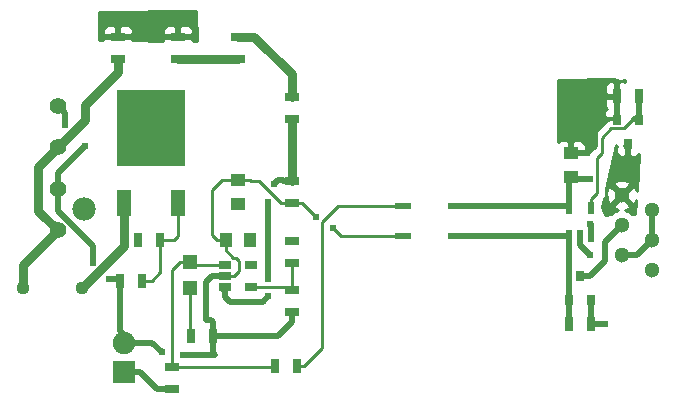
<source format=gtl>
G04 #@! TF.GenerationSoftware,KiCad,Pcbnew,5.0.2-bee76a0~70~ubuntu18.04.1*
G04 #@! TF.CreationDate,2019-04-22T12:09:22-04:00*
G04 #@! TF.ProjectId,TSAL,5453414c-2e6b-4696-9361-645f70636258,rev?*
G04 #@! TF.SameCoordinates,Original*
G04 #@! TF.FileFunction,Copper,L1,Top*
G04 #@! TF.FilePolarity,Positive*
%FSLAX46Y46*%
G04 Gerber Fmt 4.6, Leading zero omitted, Abs format (unit mm)*
G04 Created by KiCad (PCBNEW 5.0.2-bee76a0~70~ubuntu18.04.1) date Mon 22 Apr 2019 12:09:22 PM EDT*
%MOMM*%
%LPD*%
G01*
G04 APERTURE LIST*
G04 #@! TA.AperFunction,SMDPad,CuDef*
%ADD10R,2.750000X3.050000*%
G04 #@! TD*
G04 #@! TA.AperFunction,SMDPad,CuDef*
%ADD11R,5.800000X6.400000*%
G04 #@! TD*
G04 #@! TA.AperFunction,SMDPad,CuDef*
%ADD12R,1.200000X2.200000*%
G04 #@! TD*
G04 #@! TA.AperFunction,SMDPad,CuDef*
%ADD13R,0.800000X0.900000*%
G04 #@! TD*
G04 #@! TA.AperFunction,SMDPad,CuDef*
%ADD14R,1.250000X1.000000*%
G04 #@! TD*
G04 #@! TA.AperFunction,SMDPad,CuDef*
%ADD15R,1.000000X1.250000*%
G04 #@! TD*
G04 #@! TA.AperFunction,SMDPad,CuDef*
%ADD16R,1.200000X1.200000*%
G04 #@! TD*
G04 #@! TA.AperFunction,ComponentPad*
%ADD17C,1.117600*%
G04 #@! TD*
G04 #@! TA.AperFunction,ComponentPad*
%ADD18C,1.300000*%
G04 #@! TD*
G04 #@! TA.AperFunction,ComponentPad*
%ADD19C,1.397000*%
G04 #@! TD*
G04 #@! TA.AperFunction,ComponentPad*
%ADD20C,1.981000*%
G04 #@! TD*
G04 #@! TA.AperFunction,ComponentPad*
%ADD21R,1.900000X1.900000*%
G04 #@! TD*
G04 #@! TA.AperFunction,ComponentPad*
%ADD22C,1.900000*%
G04 #@! TD*
G04 #@! TA.AperFunction,SMDPad,CuDef*
%ADD23R,0.700000X1.300000*%
G04 #@! TD*
G04 #@! TA.AperFunction,SMDPad,CuDef*
%ADD24R,1.300000X0.700000*%
G04 #@! TD*
G04 #@! TA.AperFunction,SMDPad,CuDef*
%ADD25R,1.060000X0.650000*%
G04 #@! TD*
G04 #@! TA.AperFunction,SMDPad,CuDef*
%ADD26R,1.450000X0.550000*%
G04 #@! TD*
G04 #@! TA.AperFunction,SMDPad,CuDef*
%ADD27R,0.600000X1.000000*%
G04 #@! TD*
G04 #@! TA.AperFunction,ViaPad*
%ADD28C,0.609600*%
G04 #@! TD*
G04 #@! TA.AperFunction,Conductor*
%ADD29C,0.254000*%
G04 #@! TD*
G04 #@! TA.AperFunction,Conductor*
%ADD30C,0.508000*%
G04 #@! TD*
G04 #@! TA.AperFunction,Conductor*
%ADD31C,0.762000*%
G04 #@! TD*
G04 APERTURE END LIST*
D10*
G04 #@! TO.P,U1,2*
G04 #@! TO.N,/5V*
X146559000Y-86697000D03*
X143509000Y-83347000D03*
X143509000Y-86697000D03*
X146559000Y-83347000D03*
D11*
X145034000Y-85022000D03*
D12*
G04 #@! TO.P,U1,3*
G04 #@! TO.N,Net-(R1-Pad2)*
X147314000Y-91322000D03*
G04 #@! TO.P,U1,1*
G04 #@! TO.N,Net-(F1-Pad1)*
X142754000Y-91322000D03*
G04 #@! TD*
D13*
G04 #@! TO.P,Q2,1*
G04 #@! TO.N,Net-(Q2-Pad1)*
X186370000Y-84294000D03*
G04 #@! TO.P,Q2,2*
G04 #@! TO.N,GND*
X184470000Y-84294000D03*
G04 #@! TO.P,Q2,3*
G04 #@! TO.N,/TSAL_GREEN-*
X185420000Y-86394000D03*
G04 #@! TD*
D14*
G04 #@! TO.P,C2,1*
G04 #@! TO.N,/AIL-*
X152400000Y-89440000D03*
G04 #@! TO.P,C2,2*
G04 #@! TO.N,/5V*
X152400000Y-91440000D03*
G04 #@! TD*
G04 #@! TO.P,C3,2*
G04 #@! TO.N,/GLV+*
X180594000Y-89138000D03*
G04 #@! TO.P,C3,1*
G04 #@! TO.N,GND*
X180594000Y-87138000D03*
G04 #@! TD*
D15*
G04 #@! TO.P,C4,1*
G04 #@! TO.N,/AIL-*
X151400000Y-94488000D03*
G04 #@! TO.P,C4,2*
G04 #@! TO.N,/5V*
X153400000Y-94488000D03*
G04 #@! TD*
D16*
G04 #@! TO.P,D1,2*
G04 #@! TO.N,Net-(D1-Pad2)*
X148336000Y-96352000D03*
G04 #@! TO.P,D1,1*
G04 #@! TO.N,Net-(D1-Pad1)*
X148336000Y-98552000D03*
G04 #@! TD*
D17*
G04 #@! TO.P,F1,1*
G04 #@! TO.N,Net-(F1-Pad1)*
X139192000Y-98552000D03*
G04 #@! TO.P,F1,2*
G04 #@! TO.N,/TS+*
X134192000Y-98552000D03*
G04 #@! TD*
D18*
G04 #@! TO.P,J1,5*
G04 #@! TO.N,/GLV+*
X187452000Y-91948000D03*
G04 #@! TO.P,J1,3*
X187452000Y-94488000D03*
G04 #@! TO.P,J1,1*
G04 #@! TO.N,GND*
X187452000Y-97028000D03*
G04 #@! TO.P,J1,2*
G04 #@! TO.N,/GLV+*
X184912000Y-95758000D03*
G04 #@! TO.P,J1,4*
G04 #@! TO.N,/TSAL_RED-*
X184912000Y-93218000D03*
G04 #@! TO.P,J1,6*
G04 #@! TO.N,/TSAL_GREEN-*
X184912000Y-90678000D03*
G04 #@! TD*
D19*
G04 #@! TO.P,J2,2*
G04 #@! TO.N,/AIL-*
X137160000Y-90142000D03*
G04 #@! TO.P,J2,1*
G04 #@! TO.N,/TS+*
X137160000Y-93642000D03*
D20*
G04 #@! TO.P,J2,*
G04 #@! TO.N,*
X139390000Y-91892000D03*
D19*
G04 #@! TO.P,J2,3*
G04 #@! TO.N,/TS+*
X137160000Y-86642000D03*
G04 #@! TO.P,J2,4*
G04 #@! TO.N,/AIL-*
X137160000Y-83142000D03*
G04 #@! TD*
D21*
G04 #@! TO.P,J3,1*
G04 #@! TO.N,/AIL+*
X142748000Y-105664000D03*
D22*
G04 #@! TO.P,J3,2*
G04 #@! TO.N,/AIL-*
X142748000Y-103164000D03*
G04 #@! TD*
D13*
G04 #@! TO.P,Q1,3*
G04 #@! TO.N,/TSAL_RED-*
X181356000Y-97502000D03*
G04 #@! TO.P,Q1,2*
G04 #@! TO.N,GND*
X182306000Y-99602000D03*
G04 #@! TO.P,Q1,1*
G04 #@! TO.N,/TSAL_FLAG*
X180406000Y-99602000D03*
G04 #@! TD*
D23*
G04 #@! TO.P,R1,2*
G04 #@! TO.N,Net-(R1-Pad2)*
X145857000Y-94488000D03*
G04 #@! TO.P,R1,1*
G04 #@! TO.N,/5V*
X143957000Y-94488000D03*
G04 #@! TD*
G04 #@! TO.P,R2,1*
G04 #@! TO.N,Net-(R1-Pad2)*
X144333000Y-97917000D03*
G04 #@! TO.P,R2,2*
G04 #@! TO.N,/AIL-*
X142433000Y-97917000D03*
G04 #@! TD*
G04 #@! TO.P,R3,1*
G04 #@! TO.N,Net-(Q2-Pad1)*
X186370000Y-82296000D03*
G04 #@! TO.P,R3,2*
G04 #@! TO.N,GND*
X184470000Y-82296000D03*
G04 #@! TD*
D24*
G04 #@! TO.P,R4,2*
G04 #@! TO.N,/TS+*
X142240000Y-79182000D03*
G04 #@! TO.P,R4,1*
G04 #@! TO.N,Net-(R4-Pad1)*
X142240000Y-77282000D03*
G04 #@! TD*
G04 #@! TO.P,R5,2*
G04 #@! TO.N,Net-(R4-Pad1)*
X147320000Y-77282000D03*
G04 #@! TO.P,R5,1*
G04 #@! TO.N,Net-(R5-Pad1)*
X147320000Y-79182000D03*
G04 #@! TD*
G04 #@! TO.P,R6,1*
G04 #@! TO.N,Net-(R6-Pad1)*
X152400000Y-77282000D03*
G04 #@! TO.P,R6,2*
G04 #@! TO.N,Net-(R5-Pad1)*
X152400000Y-79182000D03*
G04 #@! TD*
G04 #@! TO.P,R7,1*
G04 #@! TO.N,Net-(R7-Pad1)*
X156972000Y-84262000D03*
G04 #@! TO.P,R7,2*
G04 #@! TO.N,Net-(R6-Pad1)*
X156972000Y-82362000D03*
G04 #@! TD*
G04 #@! TO.P,R8,2*
G04 #@! TO.N,/AIL-*
X156972000Y-91374000D03*
G04 #@! TO.P,R8,1*
G04 #@! TO.N,Net-(R7-Pad1)*
X156972000Y-89474000D03*
G04 #@! TD*
D23*
G04 #@! TO.P,R9,1*
G04 #@! TO.N,Net-(R9-Pad1)*
X157414000Y-105156000D03*
G04 #@! TO.P,R9,2*
G04 #@! TO.N,Net-(D1-Pad2)*
X155514000Y-105156000D03*
G04 #@! TD*
D24*
G04 #@! TO.P,R10,1*
G04 #@! TO.N,Net-(R10-Pad1)*
X156972000Y-96454000D03*
G04 #@! TO.P,R10,2*
G04 #@! TO.N,/5V*
X156972000Y-94554000D03*
G04 #@! TD*
G04 #@! TO.P,R11,2*
G04 #@! TO.N,/AIL-*
X156972000Y-100584000D03*
G04 #@! TO.P,R11,1*
G04 #@! TO.N,Net-(R10-Pad1)*
X156972000Y-98684000D03*
G04 #@! TD*
G04 #@! TO.P,R12,1*
G04 #@! TO.N,Net-(D1-Pad2)*
X146812000Y-105222000D03*
G04 #@! TO.P,R12,2*
G04 #@! TO.N,/AIL+*
X146812000Y-107122000D03*
G04 #@! TD*
D23*
G04 #@! TO.P,R13,2*
G04 #@! TO.N,GND*
X182306000Y-101600000D03*
G04 #@! TO.P,R13,1*
G04 #@! TO.N,/TSAL_FLAG*
X180406000Y-101600000D03*
G04 #@! TD*
G04 #@! TO.P,R14,2*
G04 #@! TO.N,/AIL-*
X150302000Y-102616000D03*
G04 #@! TO.P,R14,1*
G04 #@! TO.N,Net-(D1-Pad1)*
X148402000Y-102616000D03*
G04 #@! TD*
D25*
G04 #@! TO.P,U2,1*
G04 #@! TO.N,Net-(D1-Pad2)*
X151300000Y-96586000D03*
G04 #@! TO.P,U2,2*
G04 #@! TO.N,/AIL-*
X151300000Y-97536000D03*
G04 #@! TO.P,U2,3*
G04 #@! TO.N,Net-(R7-Pad1)*
X151300000Y-98486000D03*
G04 #@! TO.P,U2,4*
G04 #@! TO.N,Net-(R10-Pad1)*
X153500000Y-98486000D03*
G04 #@! TO.P,U2,5*
G04 #@! TO.N,/5V*
X153500000Y-96586000D03*
G04 #@! TD*
D26*
G04 #@! TO.P,U3,4*
G04 #@! TO.N,/GLV+*
X170906000Y-91567000D03*
G04 #@! TO.P,U3,3*
G04 #@! TO.N,/TSAL_FLAG*
X170906000Y-94107000D03*
G04 #@! TO.P,U3,2*
G04 #@! TO.N,/AIL-*
X166406000Y-94107000D03*
G04 #@! TO.P,U3,1*
G04 #@! TO.N,Net-(R9-Pad1)*
X166406000Y-91567000D03*
G04 #@! TD*
D27*
G04 #@! TO.P,U4,1*
G04 #@! TO.N,/TSAL_FLAG*
X180406000Y-94164000D03*
G04 #@! TO.P,U4,2*
G04 #@! TO.N,/GLV+*
X181356000Y-94164000D03*
G04 #@! TO.P,U4,3*
G04 #@! TO.N,GND*
X182306000Y-94164000D03*
G04 #@! TO.P,U4,4*
G04 #@! TO.N,Net-(Q2-Pad1)*
X182306000Y-91764000D03*
G04 #@! TO.P,U4,5*
G04 #@! TO.N,/GLV+*
X180406000Y-91764000D03*
G04 #@! TD*
D28*
G04 #@! TO.N,/AIL-*
X159000000Y-92500000D03*
X160500000Y-93500000D03*
X146000000Y-104000000D03*
X147750000Y-104250000D03*
X140154303Y-96404303D03*
X141500000Y-97750000D03*
X139500000Y-86500000D03*
X137750000Y-84750000D03*
G04 #@! TO.N,/5V*
X157250000Y-94500000D03*
X153500000Y-96500000D03*
X153500000Y-94500000D03*
X152500000Y-91500000D03*
X144000000Y-94500000D03*
X144000000Y-87500000D03*
X146000000Y-87500000D03*
X146000000Y-82500000D03*
X144000000Y-82500000D03*
X146000000Y-83500000D03*
X146000000Y-84500000D03*
X146000000Y-85500000D03*
X146000000Y-86500000D03*
X144000000Y-86500000D03*
X144000000Y-83500000D03*
X144000000Y-84500000D03*
X144000000Y-85500000D03*
X145000000Y-87500000D03*
X145000000Y-86500000D03*
X145000000Y-85500000D03*
X145000000Y-84500000D03*
X147000000Y-83500000D03*
X147000000Y-84500000D03*
X147000000Y-85500000D03*
X147000000Y-86500000D03*
X147000000Y-87500000D03*
X145000000Y-83500000D03*
X145000000Y-82500000D03*
X147000000Y-82500000D03*
X143000000Y-82500000D03*
X143000000Y-83500000D03*
X143000000Y-84500000D03*
X143000000Y-85500000D03*
X143000000Y-86500000D03*
X143000000Y-87500000D03*
G04 #@! TO.N,/GLV+*
X182245000Y-95758000D03*
X182245000Y-89281000D03*
G04 #@! TO.N,GND*
X182245000Y-93091000D03*
X181991000Y-87122000D03*
X183515000Y-101600000D03*
X182626000Y-84201000D03*
X182626000Y-85699600D03*
X182473600Y-82600800D03*
G04 #@! TO.N,Net-(R7-Pad1)*
X155000000Y-99250000D03*
X155000000Y-97750000D03*
X155000000Y-91250000D03*
X155500000Y-89750000D03*
G04 #@! TD*
D29*
G04 #@! TO.N,/AIL-*
X156972000Y-91374000D02*
X157874000Y-91374000D01*
X157874000Y-91374000D02*
X159000000Y-92500000D01*
X161107000Y-94107000D02*
X166406000Y-94107000D01*
X160500000Y-93500000D02*
X161107000Y-94107000D01*
X156068000Y-91374000D02*
X154194000Y-89500000D01*
X156972000Y-91374000D02*
X156068000Y-91374000D01*
X154194000Y-89500000D02*
X153500000Y-89500000D01*
X153440000Y-89440000D02*
X152400000Y-89440000D01*
X153500000Y-89500000D02*
X153440000Y-89440000D01*
X150250000Y-90250000D02*
X151060000Y-89440000D01*
X150250000Y-94092000D02*
X150250000Y-90250000D01*
X151060000Y-89440000D02*
X152400000Y-89440000D01*
X151400000Y-94488000D02*
X150646000Y-94488000D01*
X150646000Y-94488000D02*
X150250000Y-94092000D01*
D30*
X156972000Y-101442000D02*
X156972000Y-100584000D01*
X155798000Y-102616000D02*
X156972000Y-101442000D01*
X150302000Y-102616000D02*
X155798000Y-102616000D01*
X150262000Y-97536000D02*
X149750000Y-98048000D01*
X151300000Y-97536000D02*
X150262000Y-97536000D01*
X149750000Y-98048000D02*
X149750000Y-101250000D01*
X150094000Y-101250000D02*
X150302000Y-101458000D01*
X150302000Y-101458000D02*
X150302000Y-102616000D01*
X149750000Y-101250000D02*
X150094000Y-101250000D01*
X142748000Y-103164000D02*
X142748000Y-102498000D01*
X142433000Y-102183000D02*
X142433000Y-97917000D01*
X142748000Y-102498000D02*
X142433000Y-102183000D01*
X142748000Y-103164000D02*
X145164000Y-103164000D01*
X145164000Y-103164000D02*
X146000000Y-104000000D01*
X147750000Y-104250000D02*
X150500000Y-104250000D01*
X150302000Y-104052000D02*
X150302000Y-102616000D01*
X150500000Y-104250000D02*
X150302000Y-104052000D01*
X140154303Y-95001049D02*
X140154303Y-96404303D01*
X137160000Y-90142000D02*
X137160000Y-92006746D01*
X137160000Y-92006746D02*
X140154303Y-95001049D01*
X142266000Y-97750000D02*
X142433000Y-97917000D01*
X141500000Y-97750000D02*
X142266000Y-97750000D01*
X137160000Y-90142000D02*
X137160000Y-88840000D01*
X137160000Y-88840000D02*
X139500000Y-86500000D01*
X137750000Y-83732000D02*
X137160000Y-83142000D01*
X137750000Y-84750000D02*
X137750000Y-83732000D01*
D29*
X151400000Y-95367000D02*
X152033000Y-96000000D01*
X151400000Y-94488000D02*
X151400000Y-95367000D01*
X152033000Y-96000000D02*
X152250000Y-96000000D01*
X152250000Y-96000000D02*
X152500000Y-96250000D01*
X152084000Y-97536000D02*
X151300000Y-97536000D01*
X152500000Y-97120000D02*
X152084000Y-97536000D01*
X152500000Y-96250000D02*
X152500000Y-97120000D01*
G04 #@! TO.N,Net-(D1-Pad2)*
X147482000Y-96352000D02*
X146812000Y-97022000D01*
X148336000Y-96352000D02*
X147482000Y-96352000D01*
X146812000Y-97022000D02*
X146812000Y-104013000D01*
X146812000Y-104013000D02*
X146812000Y-105222000D01*
X155448000Y-105222000D02*
X155514000Y-105156000D01*
X146812000Y-105222000D02*
X155448000Y-105222000D01*
X148570000Y-96586000D02*
X148336000Y-96352000D01*
X151300000Y-96586000D02*
X148570000Y-96586000D01*
G04 #@! TO.N,Net-(D1-Pad1)*
X148336000Y-102550000D02*
X148402000Y-102616000D01*
X148336000Y-98552000D02*
X148336000Y-102550000D01*
D31*
G04 #@! TO.N,Net-(F1-Pad1)*
X142754000Y-94990000D02*
X142754000Y-91322000D01*
X139192000Y-98552000D02*
X142754000Y-94990000D01*
G04 #@! TO.N,/TS+*
X134192000Y-96610000D02*
X137160000Y-93642000D01*
X134192000Y-98552000D02*
X134192000Y-96610000D01*
X137160000Y-93642000D02*
X135509000Y-91991000D01*
X135509000Y-88293000D02*
X137160000Y-86642000D01*
X135509000Y-91991000D02*
X135509000Y-88293000D01*
X137160000Y-86642000D02*
X139446000Y-84356000D01*
X142240000Y-80294000D02*
X142240000Y-79182000D01*
X139446000Y-83088000D02*
X142240000Y-80294000D01*
X139446000Y-84356000D02*
X139446000Y-83088000D01*
D30*
G04 #@! TO.N,/GLV+*
X186182000Y-95758000D02*
X187452000Y-94488000D01*
X184912000Y-95758000D02*
X186182000Y-95758000D01*
X187452000Y-94488000D02*
X187452000Y-91948000D01*
X181356000Y-94869000D02*
X181356000Y-94164000D01*
X182245000Y-95758000D02*
X181356000Y-94869000D01*
X180209000Y-91567000D02*
X180406000Y-91764000D01*
X170906000Y-91567000D02*
X180209000Y-91567000D01*
X180737000Y-89281000D02*
X180594000Y-89138000D01*
X182245000Y-89281000D02*
X180737000Y-89281000D01*
X180406000Y-89326000D02*
X180594000Y-89138000D01*
X180406000Y-91764000D02*
X180406000Y-89326000D01*
G04 #@! TO.N,/AIL+*
X142748000Y-105664000D02*
X143952000Y-105664000D01*
X145542000Y-107122000D02*
X146812000Y-107122000D01*
D29*
X144084000Y-105664000D02*
X142748000Y-105664000D01*
D30*
X145542000Y-107122000D02*
X144084000Y-105664000D01*
G04 #@! TO.N,GND*
X182306000Y-93152000D02*
X182245000Y-93091000D01*
X182306000Y-94164000D02*
X182306000Y-93152000D01*
X181975000Y-87138000D02*
X181991000Y-87122000D01*
X180594000Y-87138000D02*
X181975000Y-87138000D01*
X182306000Y-101600000D02*
X183515000Y-101600000D01*
X182306000Y-99602000D02*
X182306000Y-101600000D01*
X182719000Y-84294000D02*
X182626000Y-84201000D01*
X182626000Y-86487000D02*
X181991000Y-87122000D01*
X182626000Y-85699600D02*
X182626000Y-86487000D01*
X182626000Y-84201000D02*
X182626000Y-85699600D01*
D29*
X184470000Y-82296000D02*
X182778400Y-82296000D01*
X182778400Y-82296000D02*
X182473600Y-82600800D01*
D30*
G04 #@! TO.N,/TSAL_RED-*
X182264000Y-97502000D02*
X183515000Y-96251000D01*
X181356000Y-97502000D02*
X182264000Y-97502000D01*
X183515000Y-94615000D02*
X184912000Y-93218000D01*
X183515000Y-96251000D02*
X183515000Y-94615000D01*
G04 #@! TO.N,/TSAL_GREEN-*
X185293000Y-86521000D02*
X185420000Y-86394000D01*
G04 #@! TO.N,/TSAL_FLAG*
X180406000Y-101600000D02*
X180406000Y-99602000D01*
X180406000Y-99602000D02*
X180406000Y-94164000D01*
X180349000Y-94107000D02*
X180406000Y-94164000D01*
X170906000Y-94107000D02*
X180349000Y-94107000D01*
G04 #@! TO.N,Net-(Q2-Pad1)*
X186370000Y-82296000D02*
X186370000Y-84294000D01*
X186436000Y-84277200D02*
X186486800Y-84277200D01*
X185955278Y-84277200D02*
X186436000Y-84277200D01*
D29*
X185839722Y-84277200D02*
X185955278Y-84277200D01*
X185093521Y-85023401D02*
X185839722Y-84277200D01*
X184013399Y-85023401D02*
X185093521Y-85023401D01*
X182306000Y-91764000D02*
X182306000Y-91010000D01*
X182306000Y-91010000D02*
X182829201Y-90486799D01*
X182829201Y-90486799D02*
X182829201Y-87528401D01*
X182829201Y-87528401D02*
X183210201Y-87147401D01*
X183210201Y-87147401D02*
X183210201Y-85826599D01*
X183210201Y-85826599D02*
X184013399Y-85023401D01*
G04 #@! TO.N,Net-(R1-Pad2)*
X147314000Y-93184000D02*
X147320000Y-93190000D01*
X147314000Y-91322000D02*
X147314000Y-93184000D01*
X146969000Y-94488000D02*
X145857000Y-94488000D01*
X147320000Y-94137000D02*
X146969000Y-94488000D01*
X147320000Y-93190000D02*
X147320000Y-94137000D01*
X144333000Y-97917000D02*
X145161000Y-97917000D01*
X145857000Y-97221000D02*
X145857000Y-94488000D01*
X145161000Y-97917000D02*
X145857000Y-97221000D01*
D31*
G04 #@! TO.N,Net-(R5-Pad1)*
X147320000Y-79182000D02*
X152400000Y-79182000D01*
G04 #@! TO.N,Net-(R6-Pad1)*
X156972000Y-80442000D02*
X156972000Y-81250000D01*
X156972000Y-81250000D02*
X156972000Y-82362000D01*
X153812000Y-77282000D02*
X156972000Y-80442000D01*
X152400000Y-77282000D02*
X153812000Y-77282000D01*
D29*
G04 #@! TO.N,Net-(R10-Pad1)*
X156972000Y-96454000D02*
X156972000Y-98684000D01*
X156774000Y-98486000D02*
X156972000Y-98684000D01*
X153500000Y-98486000D02*
X156774000Y-98486000D01*
D31*
G04 #@! TO.N,Net-(R7-Pad1)*
X156972000Y-84262000D02*
X156972000Y-89474000D01*
X151234000Y-98552000D02*
X151300000Y-98486000D01*
D30*
X151300000Y-99319000D02*
X151731000Y-99750000D01*
X151300000Y-98486000D02*
X151300000Y-99319000D01*
X151731000Y-99750000D02*
X154500000Y-99750000D01*
X154500000Y-99750000D02*
X155000000Y-99250000D01*
X155000000Y-97750000D02*
X155000000Y-91250000D01*
X155804799Y-89445201D02*
X156195201Y-89445201D01*
X155500000Y-89750000D02*
X155804799Y-89445201D01*
X156224000Y-89474000D02*
X156972000Y-89474000D01*
X156195201Y-89445201D02*
X156224000Y-89474000D01*
D29*
G04 #@! TO.N,Net-(R9-Pad1)*
X158018000Y-105156000D02*
X159512000Y-103662000D01*
X157414000Y-105156000D02*
X158018000Y-105156000D01*
X159512000Y-103662000D02*
X159512000Y-92964000D01*
X160909000Y-91567000D02*
X166406000Y-91567000D01*
X159512000Y-92964000D02*
X160909000Y-91567000D01*
G04 #@! TD*
G04 #@! TO.N,/TSAL_GREEN-*
G36*
X185547000Y-86267000D02*
X185567000Y-86267000D01*
X185567000Y-86521000D01*
X185547000Y-86521000D01*
X185547000Y-87320250D01*
X185705750Y-87479000D01*
X185946310Y-87479000D01*
X186179699Y-87382327D01*
X186340821Y-87221204D01*
X186169664Y-90323418D01*
X186041611Y-90014271D01*
X185811016Y-89958590D01*
X185091605Y-90678000D01*
X185811016Y-91397410D01*
X186041611Y-91341729D01*
X186127023Y-91096284D01*
X186061692Y-92280406D01*
X185796581Y-92285316D01*
X185639894Y-92128629D01*
X185204366Y-91948228D01*
X185241428Y-91946083D01*
X185575729Y-91807611D01*
X185631410Y-91577016D01*
X184912000Y-90857605D01*
X184192590Y-91577016D01*
X184248271Y-91807611D01*
X184634574Y-91942040D01*
X184184106Y-92128629D01*
X183994039Y-92318696D01*
X183524143Y-92327398D01*
X183266262Y-91682695D01*
X183415976Y-90980191D01*
X183546989Y-90784116D01*
X183591201Y-90561847D01*
X183591201Y-90561842D01*
X183604083Y-90497078D01*
X183614378Y-90497078D01*
X183643917Y-91007428D01*
X183782389Y-91341729D01*
X184012984Y-91397410D01*
X184732395Y-90678000D01*
X184012984Y-89958590D01*
X183782389Y-90014271D01*
X183614378Y-90497078D01*
X183604083Y-90497078D01*
X183606128Y-90486799D01*
X183591201Y-90411756D01*
X183591201Y-90157981D01*
X183671970Y-89778984D01*
X184192590Y-89778984D01*
X184912000Y-90498395D01*
X185631410Y-89778984D01*
X185575729Y-89548389D01*
X185092922Y-89380378D01*
X184582572Y-89409917D01*
X184248271Y-89548389D01*
X184192590Y-89778984D01*
X183671970Y-89778984D01*
X184385000Y-86433230D01*
X184385000Y-86521002D01*
X184543748Y-86521002D01*
X184385000Y-86679750D01*
X184385000Y-86970309D01*
X184481673Y-87203698D01*
X184660301Y-87382327D01*
X184893690Y-87479000D01*
X185134250Y-87479000D01*
X185293000Y-87320250D01*
X185293000Y-86521000D01*
X185273000Y-86521000D01*
X185273000Y-86267000D01*
X185293000Y-86267000D01*
X185293000Y-86247000D01*
X185547000Y-86247000D01*
X185547000Y-86267000D01*
X185547000Y-86267000D01*
G37*
X185547000Y-86267000D02*
X185567000Y-86267000D01*
X185567000Y-86521000D01*
X185547000Y-86521000D01*
X185547000Y-87320250D01*
X185705750Y-87479000D01*
X185946310Y-87479000D01*
X186179699Y-87382327D01*
X186340821Y-87221204D01*
X186169664Y-90323418D01*
X186041611Y-90014271D01*
X185811016Y-89958590D01*
X185091605Y-90678000D01*
X185811016Y-91397410D01*
X186041611Y-91341729D01*
X186127023Y-91096284D01*
X186061692Y-92280406D01*
X185796581Y-92285316D01*
X185639894Y-92128629D01*
X185204366Y-91948228D01*
X185241428Y-91946083D01*
X185575729Y-91807611D01*
X185631410Y-91577016D01*
X184912000Y-90857605D01*
X184192590Y-91577016D01*
X184248271Y-91807611D01*
X184634574Y-91942040D01*
X184184106Y-92128629D01*
X183994039Y-92318696D01*
X183524143Y-92327398D01*
X183266262Y-91682695D01*
X183415976Y-90980191D01*
X183546989Y-90784116D01*
X183591201Y-90561847D01*
X183591201Y-90561842D01*
X183604083Y-90497078D01*
X183614378Y-90497078D01*
X183643917Y-91007428D01*
X183782389Y-91341729D01*
X184012984Y-91397410D01*
X184732395Y-90678000D01*
X184012984Y-89958590D01*
X183782389Y-90014271D01*
X183614378Y-90497078D01*
X183604083Y-90497078D01*
X183606128Y-90486799D01*
X183591201Y-90411756D01*
X183591201Y-90157981D01*
X183671970Y-89778984D01*
X184192590Y-89778984D01*
X184912000Y-90498395D01*
X185631410Y-89778984D01*
X185575729Y-89548389D01*
X185092922Y-89380378D01*
X184582572Y-89409917D01*
X184248271Y-89548389D01*
X184192590Y-89778984D01*
X183671970Y-89778984D01*
X184385000Y-86433230D01*
X184385000Y-86521002D01*
X184543748Y-86521002D01*
X184385000Y-86679750D01*
X184385000Y-86970309D01*
X184481673Y-87203698D01*
X184660301Y-87382327D01*
X184893690Y-87479000D01*
X185134250Y-87479000D01*
X185293000Y-87320250D01*
X185293000Y-86521000D01*
X185273000Y-86521000D01*
X185273000Y-86267000D01*
X185293000Y-86267000D01*
X185293000Y-86247000D01*
X185547000Y-86247000D01*
X185547000Y-86267000D01*
G04 #@! TO.N,GND*
G36*
X184798383Y-80982001D02*
X185172064Y-80979719D01*
X185164553Y-81101400D01*
X184946309Y-81011000D01*
X184755750Y-81011000D01*
X184597000Y-81169750D01*
X184597000Y-82169000D01*
X184617000Y-82169000D01*
X184617000Y-82423000D01*
X184597000Y-82423000D01*
X184597000Y-84167000D01*
X184617000Y-84167000D01*
X184617000Y-84261401D01*
X184088446Y-84261401D01*
X184013399Y-84246473D01*
X183938352Y-84261401D01*
X183938351Y-84261401D01*
X183716082Y-84305613D01*
X183464028Y-84474030D01*
X183421517Y-84537652D01*
X182724452Y-85234718D01*
X182660831Y-85277228D01*
X182618320Y-85340850D01*
X182618319Y-85340851D01*
X182492414Y-85529282D01*
X182433274Y-85826599D01*
X182448202Y-85901647D01*
X182448202Y-86188984D01*
X181854000Y-86820323D01*
X181854000Y-86511691D01*
X181757327Y-86278302D01*
X181578699Y-86099673D01*
X181345310Y-86003000D01*
X180879750Y-86003000D01*
X180721000Y-86161750D01*
X180721000Y-87011000D01*
X180741000Y-87011000D01*
X180741000Y-87265000D01*
X180721000Y-87265000D01*
X180721000Y-87285000D01*
X180467000Y-87285000D01*
X180467000Y-87265000D01*
X180447000Y-87265000D01*
X180447000Y-87011000D01*
X180467000Y-87011000D01*
X180467000Y-86161750D01*
X180308250Y-86003000D01*
X179842690Y-86003000D01*
X179609301Y-86099673D01*
X179552600Y-86156374D01*
X179552600Y-83717691D01*
X183435000Y-83717691D01*
X183435000Y-84008250D01*
X183593750Y-84167000D01*
X184343000Y-84167000D01*
X184343000Y-82423000D01*
X183643750Y-82423000D01*
X183485000Y-82581750D01*
X183485000Y-83072310D01*
X183581673Y-83305699D01*
X183645974Y-83370000D01*
X183531673Y-83484302D01*
X183435000Y-83717691D01*
X179552600Y-83717691D01*
X179552600Y-81519690D01*
X183485000Y-81519690D01*
X183485000Y-82010250D01*
X183643750Y-82169000D01*
X184343000Y-82169000D01*
X184343000Y-81169750D01*
X184184250Y-81011000D01*
X183993691Y-81011000D01*
X183760302Y-81107673D01*
X183581673Y-81286301D01*
X183485000Y-81519690D01*
X179552600Y-81519690D01*
X179552600Y-80896829D01*
X184218869Y-80816376D01*
X184798383Y-80982001D01*
X184798383Y-80982001D01*
G37*
X184798383Y-80982001D02*
X185172064Y-80979719D01*
X185164553Y-81101400D01*
X184946309Y-81011000D01*
X184755750Y-81011000D01*
X184597000Y-81169750D01*
X184597000Y-82169000D01*
X184617000Y-82169000D01*
X184617000Y-82423000D01*
X184597000Y-82423000D01*
X184597000Y-84167000D01*
X184617000Y-84167000D01*
X184617000Y-84261401D01*
X184088446Y-84261401D01*
X184013399Y-84246473D01*
X183938352Y-84261401D01*
X183938351Y-84261401D01*
X183716082Y-84305613D01*
X183464028Y-84474030D01*
X183421517Y-84537652D01*
X182724452Y-85234718D01*
X182660831Y-85277228D01*
X182618320Y-85340850D01*
X182618319Y-85340851D01*
X182492414Y-85529282D01*
X182433274Y-85826599D01*
X182448202Y-85901647D01*
X182448202Y-86188984D01*
X181854000Y-86820323D01*
X181854000Y-86511691D01*
X181757327Y-86278302D01*
X181578699Y-86099673D01*
X181345310Y-86003000D01*
X180879750Y-86003000D01*
X180721000Y-86161750D01*
X180721000Y-87011000D01*
X180741000Y-87011000D01*
X180741000Y-87265000D01*
X180721000Y-87265000D01*
X180721000Y-87285000D01*
X180467000Y-87285000D01*
X180467000Y-87265000D01*
X180447000Y-87265000D01*
X180447000Y-87011000D01*
X180467000Y-87011000D01*
X180467000Y-86161750D01*
X180308250Y-86003000D01*
X179842690Y-86003000D01*
X179609301Y-86099673D01*
X179552600Y-86156374D01*
X179552600Y-83717691D01*
X183435000Y-83717691D01*
X183435000Y-84008250D01*
X183593750Y-84167000D01*
X184343000Y-84167000D01*
X184343000Y-82423000D01*
X183643750Y-82423000D01*
X183485000Y-82581750D01*
X183485000Y-83072310D01*
X183581673Y-83305699D01*
X183645974Y-83370000D01*
X183531673Y-83484302D01*
X183435000Y-83717691D01*
X179552600Y-83717691D01*
X179552600Y-81519690D01*
X183485000Y-81519690D01*
X183485000Y-82010250D01*
X183643750Y-82169000D01*
X184343000Y-82169000D01*
X184343000Y-81169750D01*
X184184250Y-81011000D01*
X183993691Y-81011000D01*
X183760302Y-81107673D01*
X183581673Y-81286301D01*
X183485000Y-81519690D01*
X179552600Y-81519690D01*
X179552600Y-80896829D01*
X184218869Y-80816376D01*
X184798383Y-80982001D01*
G04 #@! TO.N,Net-(R4-Pad1)*
G36*
X148917842Y-77646251D02*
X148605000Y-77642527D01*
X148605000Y-77567750D01*
X148446250Y-77409000D01*
X147447000Y-77409000D01*
X147447000Y-77429000D01*
X147193000Y-77429000D01*
X147193000Y-77409000D01*
X146193750Y-77409000D01*
X146035000Y-77567750D01*
X146035000Y-77611931D01*
X143525000Y-77582051D01*
X143525000Y-77567750D01*
X143366250Y-77409000D01*
X142367000Y-77409000D01*
X142367000Y-77429000D01*
X142113000Y-77429000D01*
X142113000Y-77409000D01*
X141113750Y-77409000D01*
X140971103Y-77551647D01*
X140639800Y-77547703D01*
X140639800Y-76805691D01*
X140955000Y-76805691D01*
X140955000Y-76996250D01*
X141113750Y-77155000D01*
X142113000Y-77155000D01*
X142113000Y-76455750D01*
X142367000Y-76455750D01*
X142367000Y-77155000D01*
X143366250Y-77155000D01*
X143525000Y-76996250D01*
X143525000Y-76805691D01*
X146035000Y-76805691D01*
X146035000Y-76996250D01*
X146193750Y-77155000D01*
X147193000Y-77155000D01*
X147193000Y-76455750D01*
X147447000Y-76455750D01*
X147447000Y-77155000D01*
X148446250Y-77155000D01*
X148605000Y-76996250D01*
X148605000Y-76805691D01*
X148508327Y-76572302D01*
X148329699Y-76393673D01*
X148096310Y-76297000D01*
X147605750Y-76297000D01*
X147447000Y-76455750D01*
X147193000Y-76455750D01*
X147034250Y-76297000D01*
X146543690Y-76297000D01*
X146310301Y-76393673D01*
X146131673Y-76572302D01*
X146035000Y-76805691D01*
X143525000Y-76805691D01*
X143428327Y-76572302D01*
X143249699Y-76393673D01*
X143016310Y-76297000D01*
X142525750Y-76297000D01*
X142367000Y-76455750D01*
X142113000Y-76455750D01*
X141954250Y-76297000D01*
X141463690Y-76297000D01*
X141230301Y-76393673D01*
X141051673Y-76572302D01*
X140955000Y-76805691D01*
X140639800Y-76805691D01*
X140639800Y-75207888D01*
X148871715Y-75109302D01*
X148917842Y-77646251D01*
X148917842Y-77646251D01*
G37*
X148917842Y-77646251D02*
X148605000Y-77642527D01*
X148605000Y-77567750D01*
X148446250Y-77409000D01*
X147447000Y-77409000D01*
X147447000Y-77429000D01*
X147193000Y-77429000D01*
X147193000Y-77409000D01*
X146193750Y-77409000D01*
X146035000Y-77567750D01*
X146035000Y-77611931D01*
X143525000Y-77582051D01*
X143525000Y-77567750D01*
X143366250Y-77409000D01*
X142367000Y-77409000D01*
X142367000Y-77429000D01*
X142113000Y-77429000D01*
X142113000Y-77409000D01*
X141113750Y-77409000D01*
X140971103Y-77551647D01*
X140639800Y-77547703D01*
X140639800Y-76805691D01*
X140955000Y-76805691D01*
X140955000Y-76996250D01*
X141113750Y-77155000D01*
X142113000Y-77155000D01*
X142113000Y-76455750D01*
X142367000Y-76455750D01*
X142367000Y-77155000D01*
X143366250Y-77155000D01*
X143525000Y-76996250D01*
X143525000Y-76805691D01*
X146035000Y-76805691D01*
X146035000Y-76996250D01*
X146193750Y-77155000D01*
X147193000Y-77155000D01*
X147193000Y-76455750D01*
X147447000Y-76455750D01*
X147447000Y-77155000D01*
X148446250Y-77155000D01*
X148605000Y-76996250D01*
X148605000Y-76805691D01*
X148508327Y-76572302D01*
X148329699Y-76393673D01*
X148096310Y-76297000D01*
X147605750Y-76297000D01*
X147447000Y-76455750D01*
X147193000Y-76455750D01*
X147034250Y-76297000D01*
X146543690Y-76297000D01*
X146310301Y-76393673D01*
X146131673Y-76572302D01*
X146035000Y-76805691D01*
X143525000Y-76805691D01*
X143428327Y-76572302D01*
X143249699Y-76393673D01*
X143016310Y-76297000D01*
X142525750Y-76297000D01*
X142367000Y-76455750D01*
X142113000Y-76455750D01*
X141954250Y-76297000D01*
X141463690Y-76297000D01*
X141230301Y-76393673D01*
X141051673Y-76572302D01*
X140955000Y-76805691D01*
X140639800Y-76805691D01*
X140639800Y-75207888D01*
X148871715Y-75109302D01*
X148917842Y-77646251D01*
G04 #@! TD*
M02*

</source>
